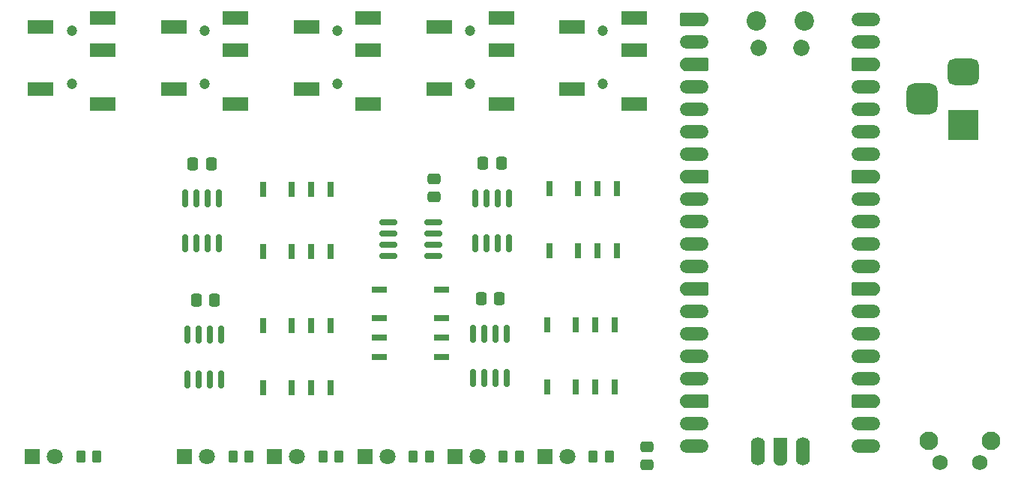
<source format=gbr>
%TF.GenerationSoftware,KiCad,Pcbnew,9.0.2*%
%TF.CreationDate,2025-06-10T03:02:45+08:00*%
%TF.ProjectId,quad_audio_switch,71756164-5f61-4756-9469-6f5f73776974,rev?*%
%TF.SameCoordinates,Original*%
%TF.FileFunction,Soldermask,Top*%
%TF.FilePolarity,Negative*%
%FSLAX46Y46*%
G04 Gerber Fmt 4.6, Leading zero omitted, Abs format (unit mm)*
G04 Created by KiCad (PCBNEW 9.0.2) date 2025-06-10 03:02:45*
%MOMM*%
%LPD*%
G01*
G04 APERTURE LIST*
G04 Aperture macros list*
%AMRoundRect*
0 Rectangle with rounded corners*
0 $1 Rounding radius*
0 $2 $3 $4 $5 $6 $7 $8 $9 X,Y pos of 4 corners*
0 Add a 4 corners polygon primitive as box body*
4,1,4,$2,$3,$4,$5,$6,$7,$8,$9,$2,$3,0*
0 Add four circle primitives for the rounded corners*
1,1,$1+$1,$2,$3*
1,1,$1+$1,$4,$5*
1,1,$1+$1,$6,$7*
1,1,$1+$1,$8,$9*
0 Add four rect primitives between the rounded corners*
20,1,$1+$1,$2,$3,$4,$5,0*
20,1,$1+$1,$4,$5,$6,$7,0*
20,1,$1+$1,$6,$7,$8,$9,0*
20,1,$1+$1,$8,$9,$2,$3,0*%
%AMFreePoly0*
4,1,37,1.600000,0.796148,1.678414,0.796148,1.832228,0.765552,1.977117,0.705537,2.107515,0.618408,2.218408,0.507515,2.305537,0.377117,2.365552,0.232228,2.396148,0.078414,2.396148,-0.078414,2.365552,-0.232228,2.305537,-0.377117,2.218408,-0.507515,2.107515,-0.618408,1.977117,-0.705537,1.832228,-0.765552,1.678414,-0.796148,1.600000,-0.796148,1.600000,-0.800000,-0.600000,-0.800000,
-0.603843,-0.796157,-0.639018,-0.796157,-0.711114,-0.766294,-0.766294,-0.711114,-0.796157,-0.639018,-0.796157,-0.603843,-0.800000,-0.600000,-0.800000,0.600000,-0.796157,0.603843,-0.796157,0.639018,-0.766294,0.711114,-0.711114,0.766294,-0.639018,0.796157,-0.603843,0.796157,-0.600000,0.800000,1.600000,0.800000,1.600000,0.796148,1.600000,0.796148,$1*%
%AMFreePoly1*
4,1,37,0.800000,0.796148,0.878414,0.796148,1.032228,0.765552,1.177117,0.705537,1.307515,0.618408,1.418408,0.507515,1.505537,0.377117,1.565552,0.232228,1.596148,0.078414,1.596148,-0.078414,1.565552,-0.232228,1.505537,-0.377117,1.418408,-0.507515,1.307515,-0.618408,1.177117,-0.705537,1.032228,-0.765552,0.878414,-0.796148,0.800000,-0.796148,0.800000,-0.800000,-1.400000,-0.800000,
-1.403843,-0.796157,-1.439018,-0.796157,-1.511114,-0.766294,-1.566294,-0.711114,-1.596157,-0.639018,-1.596157,-0.603843,-1.600000,-0.600000,-1.600000,0.600000,-1.596157,0.603843,-1.596157,0.639018,-1.566294,0.711114,-1.511114,0.766294,-1.439018,0.796157,-1.403843,0.796157,-1.400000,0.800000,0.800000,0.800000,0.800000,0.796148,0.800000,0.796148,$1*%
%AMFreePoly2*
4,1,37,1.403843,0.796157,1.439018,0.796157,1.511114,0.766294,1.566294,0.711114,1.596157,0.639018,1.596157,0.603843,1.600000,0.600000,1.600000,-0.600000,1.596157,-0.603843,1.596157,-0.639018,1.566294,-0.711114,1.511114,-0.766294,1.439018,-0.796157,1.403843,-0.796157,1.400000,-0.800000,-0.800000,-0.800000,-0.800000,-0.796148,-0.878414,-0.796148,-1.032228,-0.765552,-1.177117,-0.705537,
-1.307515,-0.618408,-1.418408,-0.507515,-1.505537,-0.377117,-1.565552,-0.232228,-1.596148,-0.078414,-1.596148,0.078414,-1.565552,0.232228,-1.505537,0.377117,-1.418408,0.507515,-1.307515,0.618408,-1.177117,0.705537,-1.032228,0.765552,-0.878414,0.796148,-0.800000,0.796148,-0.800000,0.800000,1.400000,0.800000,1.403843,0.796157,1.403843,0.796157,$1*%
G04 Aperture macros list end*
%ADD10C,1.800000*%
%ADD11R,1.800000X1.800000*%
%ADD12RoundRect,0.250000X-0.262500X-0.450000X0.262500X-0.450000X0.262500X0.450000X-0.262500X0.450000X0*%
%ADD13RoundRect,0.162500X0.162500X-0.825000X0.162500X0.825000X-0.162500X0.825000X-0.162500X-0.825000X0*%
%ADD14RoundRect,0.250000X-0.337500X-0.475000X0.337500X-0.475000X0.337500X0.475000X-0.337500X0.475000X0*%
%ADD15R,3.000000X1.500000*%
%ADD16C,1.200000*%
%ADD17R,0.800000X1.800000*%
%ADD18R,1.800000X0.800000*%
%ADD19RoundRect,0.250000X0.475000X-0.337500X0.475000X0.337500X-0.475000X0.337500X-0.475000X-0.337500X0*%
%ADD20RoundRect,0.162500X-0.825000X-0.162500X0.825000X-0.162500X0.825000X0.162500X-0.825000X0.162500X0*%
%ADD21RoundRect,0.800000X0.000010X-0.800000X0.000010X0.800000X-0.000010X0.800000X-0.000010X-0.800000X0*%
%ADD22FreePoly0,270.000000*%
%ADD23RoundRect,0.800000X-0.800000X-0.000010X0.800000X-0.000010X0.800000X0.000010X-0.800000X0.000010X0*%
%ADD24FreePoly1,0.000000*%
%ADD25FreePoly2,0.000000*%
%ADD26C,2.200000*%
%ADD27C,1.850000*%
%ADD28RoundRect,0.875000X-0.875000X0.875000X-0.875000X-0.875000X0.875000X-0.875000X0.875000X0.875000X0*%
%ADD29RoundRect,0.750000X-1.000000X0.750000X-1.000000X-0.750000X1.000000X-0.750000X1.000000X0.750000X0*%
%ADD30R,3.500000X3.500000*%
%ADD31C,2.100000*%
%ADD32C,1.750000*%
G04 APERTURE END LIST*
D10*
%TO.C,D6*%
X101392545Y-108700000D03*
D11*
X98852545Y-108700000D03*
%TD*%
D12*
%TO.C,R6*%
X106125000Y-108700000D03*
X104300000Y-108700000D03*
%TD*%
D10*
%TO.C,D1*%
X118580364Y-108700000D03*
D11*
X116040364Y-108700000D03*
%TD*%
D12*
%TO.C,R1*%
X123312819Y-108700000D03*
X121487819Y-108700000D03*
%TD*%
D10*
%TO.C,D2*%
X128760273Y-108700000D03*
D11*
X126220273Y-108700000D03*
%TD*%
D12*
%TO.C,R2*%
X133492728Y-108700000D03*
X131667728Y-108700000D03*
%TD*%
D10*
%TO.C,D3*%
X138940182Y-108700000D03*
D11*
X136400182Y-108700000D03*
%TD*%
D12*
%TO.C,R3*%
X143672637Y-108700000D03*
X141847637Y-108700000D03*
%TD*%
D10*
%TO.C,D4*%
X149120091Y-108700000D03*
D11*
X146580091Y-108700000D03*
%TD*%
D12*
%TO.C,R4*%
X153852546Y-108700000D03*
X152027546Y-108700000D03*
%TD*%
D11*
%TO.C,D5*%
X156760000Y-108700000D03*
D10*
X159300000Y-108700000D03*
%TD*%
D12*
%TO.C,R5*%
X162207455Y-108700000D03*
X164032455Y-108700000D03*
%TD*%
D13*
%TO.C,U1*%
X148895000Y-84537500D03*
X150165000Y-84537500D03*
X151435000Y-84537500D03*
X152705000Y-84537500D03*
X152705000Y-79462500D03*
X151435000Y-79462500D03*
X150165000Y-79462500D03*
X148895000Y-79462500D03*
%TD*%
D14*
%TO.C,C2*%
X116962500Y-75600000D03*
X119037500Y-75600000D03*
%TD*%
D15*
%TO.C,J1*%
X166800000Y-68800000D03*
X159800000Y-67100000D03*
X166800000Y-62700000D03*
X166800000Y-59100000D03*
X159800000Y-60100000D03*
D16*
X163300000Y-66500000D03*
X163300000Y-60500000D03*
%TD*%
D17*
%TO.C,K5*%
X124900000Y-93900000D03*
X128100000Y-93900000D03*
X130300000Y-93900000D03*
X132500000Y-93900000D03*
X132500000Y-100900000D03*
X130300000Y-100900000D03*
X128100000Y-100900000D03*
X124900000Y-100900000D03*
%TD*%
%TO.C,K1*%
X157237500Y-85400000D03*
X160437500Y-85400000D03*
X162637500Y-85400000D03*
X164837500Y-85400000D03*
X164837500Y-78400000D03*
X162637500Y-78400000D03*
X160437500Y-78400000D03*
X157237500Y-78400000D03*
%TD*%
D18*
%TO.C,K3*%
X138062500Y-89795000D03*
X138062500Y-92995000D03*
X138062500Y-95195000D03*
X138062500Y-97395000D03*
X145062500Y-97395000D03*
X145062500Y-95195000D03*
X145062500Y-92995000D03*
X145062500Y-89795000D03*
%TD*%
D13*
%TO.C,U4*%
X148657500Y-94762500D03*
X149927500Y-94762500D03*
X151197500Y-94762500D03*
X152467500Y-94762500D03*
X152467500Y-99837500D03*
X151197500Y-99837500D03*
X149927500Y-99837500D03*
X148657500Y-99837500D03*
%TD*%
%TO.C,U2*%
X116095000Y-84537500D03*
X117365000Y-84537500D03*
X118635000Y-84537500D03*
X119905000Y-84537500D03*
X119905000Y-79462500D03*
X118635000Y-79462500D03*
X117365000Y-79462500D03*
X116095000Y-79462500D03*
%TD*%
D15*
%TO.C,J3*%
X136800000Y-68800000D03*
X129800000Y-67100000D03*
X136800000Y-62700000D03*
X136800000Y-59100000D03*
X129800000Y-60100000D03*
D16*
X133300000Y-66500000D03*
X133300000Y-60500000D03*
%TD*%
D14*
%TO.C,C4*%
X151595000Y-90862500D03*
X149520000Y-90862500D03*
%TD*%
D17*
%TO.C,K4*%
X157000000Y-93800000D03*
X160200000Y-93800000D03*
X162400000Y-93800000D03*
X164600000Y-93800000D03*
X164600000Y-100800000D03*
X162400000Y-100800000D03*
X160200000Y-100800000D03*
X157000000Y-100800000D03*
%TD*%
%TO.C,K2*%
X124900000Y-85500000D03*
X128100000Y-85500000D03*
X130300000Y-85500000D03*
X132500000Y-85500000D03*
X132500000Y-78500000D03*
X130300000Y-78500000D03*
X128100000Y-78500000D03*
X124900000Y-78500000D03*
%TD*%
D13*
%TO.C,U5*%
X116395000Y-94862500D03*
X117665000Y-94862500D03*
X118935000Y-94862500D03*
X120205000Y-94862500D03*
X120205000Y-99937500D03*
X118935000Y-99937500D03*
X117665000Y-99937500D03*
X116395000Y-99937500D03*
%TD*%
D15*
%TO.C,J2*%
X151800000Y-68800000D03*
X144800000Y-67100000D03*
X151800000Y-62700000D03*
X151800000Y-59100000D03*
X144800000Y-60100000D03*
D16*
X148300000Y-66500000D03*
X148300000Y-60500000D03*
%TD*%
D14*
%TO.C,C5*%
X119432500Y-90962500D03*
X117357500Y-90962500D03*
%TD*%
%TO.C,C1*%
X149762500Y-75500000D03*
X151837500Y-75500000D03*
%TD*%
D16*
%TO.C,J4*%
X118300000Y-60500000D03*
X118300000Y-66500000D03*
D15*
X114800000Y-60100000D03*
X121800000Y-59100000D03*
X121800000Y-62700000D03*
X114800000Y-67100000D03*
X121800000Y-68800000D03*
%TD*%
D19*
%TO.C,C3*%
X144200000Y-79337500D03*
X144200000Y-77262500D03*
%TD*%
D20*
%TO.C,U3*%
X139025000Y-82190000D03*
X139025000Y-83460000D03*
X139025000Y-84730000D03*
X139025000Y-86000000D03*
X144100000Y-86000000D03*
X144100000Y-84730000D03*
X144100000Y-83460000D03*
X144100000Y-82190000D03*
%TD*%
D15*
%TO.C,J9*%
X106800000Y-68800000D03*
X99800000Y-67100000D03*
X106800000Y-62700000D03*
X106800000Y-59100000D03*
X99800000Y-60100000D03*
D16*
X103300000Y-66500000D03*
X103300000Y-60500000D03*
%TD*%
D21*
%TO.C,A1*%
X185850000Y-108100000D03*
D22*
X183310000Y-107300000D03*
D21*
X180770000Y-108100000D03*
D23*
X193000000Y-59270000D03*
X193000000Y-61810000D03*
D24*
X193000000Y-64350000D03*
D23*
X193000000Y-66890000D03*
X193000000Y-69430000D03*
X193000000Y-71970000D03*
X193000000Y-74510000D03*
D24*
X193000000Y-77050000D03*
D23*
X193000000Y-79590000D03*
X193000000Y-82130000D03*
X193000000Y-84670000D03*
X193000000Y-87210000D03*
D24*
X193000000Y-89750000D03*
D23*
X193000000Y-92290000D03*
X193000000Y-94830000D03*
X193000000Y-97370000D03*
X193000000Y-99910000D03*
D24*
X193000000Y-102450000D03*
D23*
X193000000Y-104990000D03*
X193000000Y-107530000D03*
X173620000Y-107530000D03*
X173620000Y-104990000D03*
D25*
X173620000Y-102450000D03*
D23*
X173620000Y-99910000D03*
X173620000Y-97370000D03*
X173620000Y-94830000D03*
X173620000Y-92290000D03*
D25*
X173620000Y-89750000D03*
D23*
X173620000Y-87210000D03*
X173620000Y-84670000D03*
X173620000Y-82130000D03*
X173620000Y-79590000D03*
D25*
X173620000Y-77050000D03*
D23*
X173620000Y-74510000D03*
X173620000Y-71970000D03*
X173620000Y-69430000D03*
X173620000Y-66890000D03*
D25*
X173620000Y-64350000D03*
D23*
X173620000Y-61810000D03*
D24*
X173620000Y-59270000D03*
D26*
X186035000Y-59400000D03*
D27*
X185735000Y-62430000D03*
X180885000Y-62430000D03*
D26*
X180585000Y-59400000D03*
%TD*%
D28*
%TO.C,J11*%
X199300000Y-68200000D03*
D29*
X204000000Y-65200000D03*
D30*
X204000000Y-71200000D03*
%TD*%
D19*
%TO.C,C6*%
X168300000Y-107562500D03*
X168300000Y-109637500D03*
%TD*%
D31*
%TO.C,SW1*%
X207100000Y-106900000D03*
X200090000Y-106899999D03*
D32*
X205850000Y-109389999D03*
X201349999Y-109389999D03*
%TD*%
M02*

</source>
